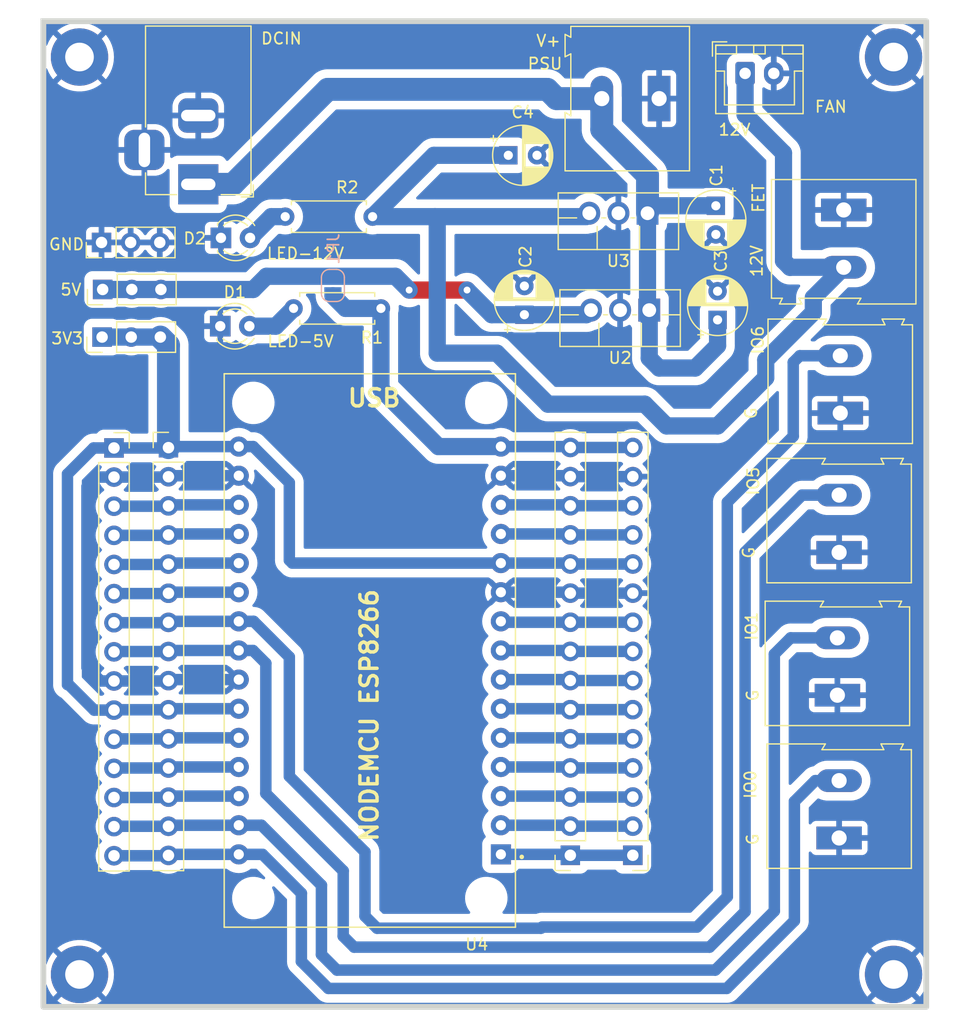
<source format=kicad_pcb>
(kicad_pcb (version 20221018) (generator pcbnew)
  (layers (0 "F.Cu" signal) (31 "B.Cu" signal) (34 "B.Paste" user) (35 "F.Paste" user) (36 "B.SilkS" user "B.Silkscreen") (37 "F.SilkS" user "F.Silkscreen") (38 "B.Mask" user) (39 "F.Mask" user) (44 "Edge.Cuts" user))
  (net 0 "")
  (net 1 "+VDC")
  (net 2 "GND")
  (net 3 "+5V")
  (net 4 "+12V")
  (net 5 "Net-(D1-A)")
  (net 6 "Net-(D2-A)")
  (net 7 "P1")
  (net 8 "P2")
  (net 9 "P3")
  (net 10 "P4")
  (net 11 "P5")
  (net 12 "P6")
  (net 13 "P7")
  (net 14 "P8")
  (net 15 "P9")
  (net 16 "VDD")
  (net 17 "P12")
  (net 18 "P13")
  (net 19 "VIN")
  (net 20 "P18")
  (net 21 "P19")
  (net 22 "P20")
  (net 23 "P21")
  (net 24 "P22")
  (net 25 "P23")
  (net 26 "P26")
  (net 27 "P27")
  (net 28 "P28")
  (net 29 "P29")
  (net 30 "P30")
  (footprint "TerminalBlock:TerminalBlock_Altech_AK300-2_P5.00mm" (layer "F.Cu") (at 112.4 23.705 180)
    (fp_text reference "J8" hide)
    (fp_text value "PSU")
    (pad "1" thru_hole rect (at 0 0 180) (size 1.98 3.96) (drill 1.32) (layers "*.Cu" "*.Mask") (net 2 "GND"))
    (pad "2" thru_hole oval (at 5 0 180) (size 1.98 3.96) (drill 1.32) (layers "*.Cu" "*.Mask") (net 1 "+VDC"))
  )
  (footprint "MountingHole:MountingHole_2.5mm_Pad" (layer "F.Cu") (at 132.85 20.08)
    (fp_text reference "H4" hide)
    (fp_text value "MountingHole_Pad")
    (pad "1" thru_hole circle (at 0 0) (size 5 5) (drill 2.5) (layers "*.Cu" "*.Mask") (net 2 "GND"))
  )
  (footprint "NodeMCU:MODULE_ZC563900" (layer "F.Cu") (at 87.17 71.83 180)
    (fp_text reference "U4" (at -9.325 -25.635) (layer "F.SilkS"))
    (fp_text value "ZC563900 NodeMCU ESP12")
    (pad "" np_thru_hole circle (at -10.16 -21.59 180) (size 3.2 3.2) (drill 3.2) (layers "*.Cu" "*.Mask"))
    (pad "" np_thru_hole circle (at -10.16 21.59 180) (size 3.2 3.2) (drill 3.2) (layers "*.Cu" "*.Mask"))
    (pad "" np_thru_hole circle (at 10.16 -21.59 180) (size 3.2 3.2) (drill 3.2) (layers "*.Cu" "*.Mask"))
    (pad "" np_thru_hole circle (at 10.16 21.59 180) (size 3.2 3.2) (drill 3.2) (layers "*.Cu" "*.Mask"))
    (pad "1" thru_hole rect (at -11.43 -17.78 180) (size 1.7526 1.7526) (drill 0.889) (layers "*.Cu" "*.Mask") (net 7 "P1"))
    (pad "2" thru_hole circle (at -11.43 -15.24 180) (size 1.7526 1.7526) (drill 0.889) (layers "*.Cu" "*.Mask") (net 8 "P2"))
    (pad "3" thru_hole circle (at -11.43 -12.7 180) (size 1.7526 1.7526) (drill 0.889) (layers "*.Cu" "*.Mask") (net 9 "P3"))
    (pad "4" thru_hole circle (at -11.43 -10.16 180) (size 1.7526 1.7526) (drill 0.889) (layers "*.Cu" "*.Mask") (net 10 "P4"))
    (pad "5" thru_hole circle (at -11.43 -7.62 180) (size 1.7526 1.7526) (drill 0.889) (layers "*.Cu" "*.Mask") (net 11 "P5"))
    (pad "6" thru_hole circle (at -11.43 -5.08 180) (size 1.7526 1.7526) (drill 0.889) (layers "*.Cu" "*.Mask") (net 12 "P6"))
    (pad "7" thru_hole circle (at -11.43 -2.54 180) (size 1.7526 1.7526) (drill 0.889) (layers "*.Cu" "*.Mask") (net 13 "P7"))
    (pad "8" thru_hole circle (at -11.43 0 180) (size 1.7526 1.7526) (drill 0.889) (layers "*.Cu" "*.Mask") (net 14 "P8"))
    (pad "9" thru_hole circle (at -11.43 2.54 180) (size 1.7526 1.7526) (drill 0.889) (layers "*.Cu" "*.Mask") (net 15 "P9"))
    (pad "10" thru_hole circle (at -11.43 5.08 180) (size 1.7526 1.7526) (drill 0.889) (layers "*.Cu" "*.Mask") (net 2 "GND"))
    (pad "11" thru_hole circle (at -11.43 7.62 180) (size 1.7526 1.7526) (drill 0.889) (layers "*.Cu" "*.Mask") (net 16 "VDD"))
    (pad "12" thru_hole circle (at -11.43 10.16 180) (size 1.7526 1.7526) (drill 0.889) (layers "*.Cu" "*.Mask") (net 17 "P12"))
    (pad "13" thru_hole circle (at -11.43 12.7 180) (size 1.7526 1.7526) (drill 0.889) (layers "*.Cu" "*.Mask") (net 18 "P13"))
    (pad "14" thru_hole circle (at -11.43 15.24 180) (size 1.7526 1.7526) (drill 0.889) (layers "*.Cu" "*.Mask") (net 2 "GND"))
    (pad "15" thru_hole circle (at -11.43 17.78 180) (size 1.7526 1.7526) (drill 0.889) (layers "*.Cu" "*.Mask") (net 19 "VIN"))
    (pad "16" thru_hole circle (at 11.43 17.78 180) (size 1.7526 1.7526) (drill 0.889) (layers "*.Cu" "*.Mask") (net 16 "VDD"))
    (pad "17" thru_hole circle (at 11.43 15.24 180) (size 1.7526 1.7526) (drill 0.889) (layers "*.Cu" "*.Mask") (net 2 "GND"))
    (pad "18" thru_hole circle (at 11.43 12.7 180) (size 1.7526 1.7526) (drill 0.889) (layers "*.Cu" "*.Mask") (net 20 "P18"))
    (pad "19" thru_hole circle (at 11.43 10.16 180) (size 1.7526 1.7526) (drill 0.889) (layers "*.Cu" "*.Mask") (net 21 "P19"))
    (pad "20" thru_hole circle (at 11.43 7.62 180) (size 1.7526 1.7526) (drill 0.889) (layers "*.Cu" "*.Mask") (net 22 "P20"))
    (pad "21" thru_hole circle (at 11.43 5.08 180) (size 1.7526 1.7526) (drill 0.889) (layers "*.Cu" "*.Mask") (net 23 "P21"))
    (pad "22" thru_hole circle (at 11.43 2.54 180) (size 1.7526 1.7526) (drill 0.889) (layers "*.Cu" "*.Mask") (net 24 "P22"))
    (pad "23" thru_hole circle (at 11.43 0 180) (size 1.7526 1.7526) (drill 0.889) (layers "*.Cu" "*.Mask") (net 25 "P23"))
    (pad "24" thru_hole circle (at 11.43 -2.54 180) (size 1.7526 1.7526) (drill 0.889) (layers "*.Cu" "*.Mask") (net 2 "GND"))
    (pad "25" thru_hole circle (at 11.43 -5.08 180) (size 1.7526 1.7526) (drill 0.889) (layers "*.Cu" "*.Mask") (net 16 "VDD"))
    (pad "26" thru_hole circle (at 11.43 -7.62 180) (size 1.7526 1.7526) (drill 0.889) (layers "*.Cu" "*.Mask") (net 26 "P26"))
    (pad "27" thru_hole circle (at 11.43 -10.16 180) (size 1.7526 1.7526) (drill 0.889) (layers "*.Cu" "*.Mask") (net 27 "P27"))
    (pad "28" thru_hole circle (at 11.43 -12.7 180) (size 1.7526 1.7526) (drill 0.889) (layers "*.Cu" "*.Mask") (net 28 "P28"))
    (pad "29" thru_hole circle (at 11.43 -15.24 180) (size 1.7526 1.7526) (drill 0.889) (layers "*.Cu" "*.Mask") (net 29 "P29"))
    (pad "30" thru_hole circle (at 11.43 -17.78 180) (size 1.7526 1.7526) (drill 0.889) (layers "*.Cu" "*.Mask") (net 30 "P30"))
  )
  (footprint "Capacitor_THT:CP_Radial_D5.0mm_P2.50mm" (layer "F.Cu") (at 117.35 33.05 -90)
    (fp_text reference "C1" (at -2.65 -0.05 90) (layer "F.SilkS"))
    (fp_text value "100uF")
    (pad "1" thru_hole rect (at 0 0 270) (size 1.6 1.6) (drill 0.8) (layers "*.Cu" "*.Mask") (net 1 "+VDC"))
    (pad "2" thru_hole circle (at 2.5 0 270) (size 1.6 1.6) (drill 0.8) (layers "*.Cu" "*.Mask") (net 2 "GND"))
  )
  (footprint "Connector_PinSocket_2.54mm:PinSocket_1x15_P2.54mm_Vertical" (layer "F.Cu") (at 64.8575 54.17)
    (fp_text reference "J4" hide)
    (fp_text value "Conn_01x15_Socket")
    (pad "1" thru_hole rect (at 0 0) (size 1.7 1.7) (drill 1) (layers "*.Cu" "*.Mask") (net 16 "VDD"))
    (pad "2" thru_hole oval (at 0 2.54) (size 1.7 1.7) (drill 1) (layers "*.Cu" "*.Mask") (net 2 "GND"))
    (pad "3" thru_hole oval (at 0 5.08) (size 1.7 1.7) (drill 1) (layers "*.Cu" "*.Mask") (net 20 "P18"))
    (pad "4" thru_hole oval (at 0 7.62) (size 1.7 1.7) (drill 1) (layers "*.Cu" "*.Mask") (net 21 "P19"))
    (pad "5" thru_hole oval (at 0 10.16) (size 1.7 1.7) (drill 1) (layers "*.Cu" "*.Mask") (net 22 "P20"))
    (pad "6" thru_hole oval (at 0 12.7) (size 1.7 1.7) (drill 1) (layers "*.Cu" "*.Mask") (net 23 "P21"))
    (pad "7" thru_hole oval (at 0 15.24) (size 1.7 1.7) (drill 1) (layers "*.Cu" "*.Mask") (net 24 "P22"))
    (pad "8" thru_hole oval (at 0 17.78) (size 1.7 1.7) (drill 1) (layers "*.Cu" "*.Mask") (net 25 "P23"))
    (pad "9" thru_hole oval (at 0 20.32) (size 1.7 1.7) (drill 1) (layers "*.Cu" "*.Mask") (net 2 "GND"))
    (pad "10" thru_hole oval (at 0 22.86) (size 1.7 1.7) (drill 1) (layers "*.Cu" "*.Mask") (net 16 "VDD"))
    (pad "11" thru_hole oval (at 0 25.4) (size 1.7 1.7) (drill 1) (layers "*.Cu" "*.Mask") (net 26 "P26"))
    (pad "12" thru_hole oval (at 0 27.94) (size 1.7 1.7) (drill 1) (layers "*.Cu" "*.Mask") (net 27 "P27"))
    (pad "13" thru_hole oval (at 0 30.48) (size 1.7 1.7) (drill 1) (layers "*.Cu" "*.Mask") (net 28 "P28"))
    (pad "14" thru_hole oval (at 0 33.02) (size 1.7 1.7) (drill 1) (layers "*.Cu" "*.Mask") (net 29 "P29"))
    (pad "15" thru_hole oval (at 0 35.56) (size 1.7 1.7) (drill 1) (layers "*.Cu" "*.Mask") (net 30 "P30"))
  )
  (footprint "TerminalBlock:TerminalBlock_Altech_AK300-2_P5.00mm" (layer "F.Cu") (at 128.1 88.18 90)
    (fp_text reference "J14" hide)
    (fp_text value "OUT1")
    (pad "1" thru_hole rect (at 0 0 90) (size 1.98 3.96) (drill 1.32) (layers "*.Cu" "*.Mask") (net 2 "GND"))
    (pad "2" thru_hole oval (at 5 0 90) (size 1.98 3.96) (drill 1.32) (layers "*.Cu" "*.Mask") (net 30 "P30"))
  )
  (footprint "TerminalBlock:TerminalBlock_Altech_AK300-2_P5.00mm" (layer "F.Cu") (at 128.2 51.13 90)
    (fp_text reference "J17" hide)
    (fp_text value "OUT4")
    (pad "1" thru_hole rect (at 0 0 90) (size 1.98 3.96) (drill 1.32) (layers "*.Cu" "*.Mask") (net 2 "GND"))
    (pad "2" thru_hole oval (at 5 0 90) (size 1.98 3.96) (drill 1.32) (layers "*.Cu" "*.Mask") (net 24 "P22"))
  )
  (footprint "LED_THT:LED_D3.0mm" (layer "F.Cu") (at 74.185 35.85)
    (fp_text reference "D2" (at -2.285 0.05) (layer "F.SilkS"))
    (fp_text value "PINK")
    (pad "1" thru_hole rect (at 0 0) (size 1.8 1.8) (drill 0.9) (layers "*.Cu" "*.Mask") (net 2 "GND"))
    (pad "2" thru_hole circle (at 2.54 0) (size 1.8 1.8) (drill 0.9) (layers "*.Cu" "*.Mask") (net 6 "Net-(D2-A)"))
  )
  (footprint "Capacitor_THT:CP_Radial_D5.0mm_P2.50mm" (layer "F.Cu") (at 117.5 43 90)
    (fp_text reference "C3" (at 5.105112 0.29 90) (layer "F.SilkS"))
    (fp_text value "100uF")
    (pad "1" thru_hole rect (at 0 0 90) (size 1.6 1.6) (drill 0.8) (layers "*.Cu" "*.Mask") (net 1 "+VDC"))
    (pad "2" thru_hole circle (at 2.5 0 90) (size 1.6 1.6) (drill 0.8) (layers "*.Cu" "*.Mask") (net 2 "GND"))
  )
  (footprint "Capacitor_THT:CP_Radial_D5.0mm_P2.50mm" (layer "F.Cu") (at 99.25 28.65)
    (fp_text reference "C4" (at 1.25 -3.75) (layer "F.SilkS"))
    (fp_text value "100uF")
    (pad "1" thru_hole rect (at 0 0) (size 1.6 1.6) (drill 0.8) (layers "*.Cu" "*.Mask") (net 4 "+12V"))
    (pad "2" thru_hole circle (at 2.5 0) (size 1.6 1.6) (drill 0.8) (layers "*.Cu" "*.Mask") (net 2 "GND"))
  )
  (footprint "Connector_PinHeader_2.54mm:PinHeader_1x15_P2.54mm_Vertical" (layer "F.Cu") (at 69.6075 54.14)
    (fp_text reference "J2" hide)
    (fp_text value "Conn_01x15_Pin")
    (pad "1" thru_hole rect (at 0 0) (size 1.7 1.7) (drill 1) (layers "*.Cu" "*.Mask") (net 16 "VDD"))
    (pad "2" thru_hole oval (at 0 2.54) (size 1.7 1.7) (drill 1) (layers "*.Cu" "*.Mask") (net 2 "GND"))
    (pad "3" thru_hole oval (at 0 5.08) (size 1.7 1.7) (drill 1) (layers "*.Cu" "*.Mask") (net 20 "P18"))
    (pad "4" thru_hole oval (at 0 7.62) (size 1.7 1.7) (drill 1) (layers "*.Cu" "*.Mask") (net 21 "P19"))
    (pad "5" thru_hole oval (at 0 10.16) (size 1.7 1.7) (drill 1) (layers "*.Cu" "*.Mask") (net 22 "P20"))
    (pad "6" thru_hole oval (at 0 12.7) (size 1.7 1.7) (drill 1) (layers "*.Cu" "*.Mask") (net 23 "P21"))
    (pad "7" thru_hole oval (at 0 15.24) (size 1.7 1.7) (drill 1) (layers "*.Cu" "*.Mask") (net 24 "P22"))
    (pad "8" thru_hole oval (at 0 17.78) (size 1.7 1.7) (drill 1) (layers "*.Cu" "*.Mask") (net 25 "P23"))
    (pad "9" thru_hole oval (at 0 20.32) (size 1.7 1.7) (drill 1) (layers "*.Cu" "*.Mask") (net 2 "GND"))
    (pad "10" thru_hole oval (at 0 22.86) (size 1.7 1.7) (drill 1) (layers "*.Cu" "*.Mask") (net 16 "VDD"))
    (pad "11" thru_hole oval (at 0 25.4) (size 1.7 1.7) (drill 1) (layers "*.Cu" "*.Mask") (net 26 "P26"))
    (pad "12" thru_hole oval (at 0 27.94) (size 1.7 1.7) (drill 1) (layers "*.Cu" "*.Mask") (net 27 "P27"))
    (pad "13" thru_hole oval (at 0 30.48) (size 1.7 1.7) (drill 1) (layers "*.Cu" "*.Mask") (net 28 "P28"))
    (pad "14" thru_hole oval (at 0 33.02) (size 1.7 1.7) (drill 1) (layers "*.Cu" "*.Mask") (net 29 "P29"))
    (pad "15" thru_hole oval (at 0 35.56) (size 1.7 1.7) (drill 1) (layers "*.Cu" "*.Mask") (net 30 "P30"))
  )
  (footprint "Package_TO_SOT_THT:TO-220F-3_Vertical" (layer "F.Cu") (at 111.54 42.15 180)
    (fp_text reference "U2" (at 2.54 -4.1675) (layer "F.SilkS"))
    (fp_text value "L7805")
    (pad "1" thru_hole rect (at 0 0 180) (size 1.905 2) (drill 1.2) (layers "*.Cu" "*.Mask") (net 1 "+VDC"))
    (pad "2" thru_hole oval (at 2.54 0 180) (size 1.905 2) (drill 1.2) (layers "*.Cu" "*.Mask") (net 2 "GND"))
    (pad "3" thru_hole oval (at 5.08 0 180) (size 1.905 2) (drill 1.2) (layers "*.Cu" "*.Mask") (net 3 "+5V"))
  )
  (footprint "Connector_PinHeader_2.54mm:PinHeader_1x03_P2.54mm_Vertical" (layer "F.Cu") (at 63.87 40.35 90)
    (fp_text reference "J12" hide)
    (fp_text value "5V")
    (pad "1" thru_hole rect (at 0 0 90) (size 1.7 1.7) (drill 1) (layers "*.Cu" "*.Mask") (net 3 "+5V"))
    (pad "2" thru_hole oval (at 0 2.54 90) (size 1.7 1.7) (drill 1) (layers "*.Cu" "*.Mask") (net 3 "+5V"))
    (pad "3" thru_hole oval (at 0 5.08 90) (size 1.7 1.7) (drill 1) (layers "*.Cu" "*.Mask") (net 3 "+5V"))
  )
  (footprint "TerminalBlock:TerminalBlock_Altech_AK300-2_P5.00mm" (layer "F.Cu") (at 128.5 33.415 -90)
    (fp_text reference "J10" hide)
    (fp_text value "FET")
    (pad "1" thru_hole rect (at 0 0 270) (size 1.98 3.96) (drill 1.32) (layers "*.Cu" "*.Mask") (net 2 "GND"))
    (pad "2" thru_hole oval (at 5 0 270) (size 1.98 3.96) (drill 1.32) (layers "*.Cu" "*.Mask") (net 4 "+12V"))
  )
  (footprint "MountingHole:MountingHole_2.5mm_Pad" (layer "F.Cu") (at 132.85 100.08)
    (fp_text reference "H2" hide)
    (fp_text value "MountingHole_Pad")
    (pad "1" thru_hole circle (at 0 0) (size 5 5) (drill 2.5) (layers "*.Cu" "*.Mask") (net 2 "GND"))
  )
  (footprint "Connector_PinHeader_2.54mm:PinHeader_1x15_P2.54mm_Vertical" (layer "F.Cu") (at 110.1075 89.69 180)
    (fp_text reference "J1" hide)
    (fp_text value "Conn_01x15_Pin")
    (pad "1" thru_hole rect (at 0 0 180) (size 1.7 1.7) (drill 1) (layers "*.Cu" "*.Mask") (net 7 "P1"))
    (pad "2" thru_hole oval (at 0 2.54 180) (size 1.7 1.7) (drill 1) (layers "*.Cu" "*.Mask") (net 8 "P2"))
    (pad "3" thru_hole oval (at 0 5.08 180) (size 1.7 1.7) (drill 1) (layers "*.Cu" "*.Mask") (net 9 "P3"))
    (pad "4" thru_hole oval (at 0 7.62 180) (size 1.7 1.7) (drill 1) (layers "*.Cu" "*.Mask") (net 10 "P4"))
    (pad "5" thru_hole oval (at 0 10.16 180) (size 1.7 1.7) (drill 1) (layers "*.Cu" "*.Mask") (net 11 "P5"))
    (pad "6" thru_hole oval (at 0 12.7 180) (size 1.7 1.7) (drill 1) (layers "*.Cu" "*.Mask") (net 12 "P6"))
    (pad "7" thru_hole oval (at 0 15.24 180) (size 1.7 1.7) (drill 1) (layers "*.Cu" "*.Mask") (net 13 "P7"))
    (pad "8" thru_hole oval (at 0 17.78 180) (size 1.7 1.7) (drill 1) (layers "*.Cu" "*.Mask") (net 14 "P8"))
    (pad "9" thru_hole oval (at 0 20.32 180) (size 1.7 1.7) (drill 1) (layers "*.Cu" "*.Mask") (net 15 "P9"))
    (pad "10" thru_hole oval (at 0 22.86 180) (size 1.7 1.7) (drill 1) (layers "*.Cu" "*.Mask") (net 2 "GND"))
    (pad "11" thru_hole oval (at 0 25.4 180) (size 1.7 1.7) (drill 1) (layers "*.Cu" "*.Mask") (net 16 "VDD"))
    (pad "12" thru_hole oval (at 0 27.94 180) (size 1.7 1.7) (drill 1) (layers "*.Cu" "*.Mask") (net 17 "P12"))
    (pad "13" thru_hole oval (at 0 30.48 180) (size 1.7 1.7) (drill 1) (layers "*.Cu" "*.Mask") (net 18 "P13"))
    (pad "14" thru_hole oval (at 0 33.02 180) (size 1.7 1.7) (drill 1) (layers "*.Cu" "*.Mask") (net 2 "GND"))
    (pad "15" thru_hole oval (at 0 35.56 180) (size 1.7 1.7) (drill 1) (layers "*.Cu" "*.Mask") (net 19 "VIN"))
  )
  (footprint "Resistor_THT:R_Axial_DIN0207_L6.3mm_D2.5mm_P7.62mm_Horizontal" (layer "F.Cu") (at 88.14 42 180)
    (fp_text reference "R1" (at 0.79 -2.55) (layer "F.SilkS"))
    (fp_text value "560")
    (pad "1" thru_hole circle (at 0 0 180) (size 1.6 1.6) (drill 0.8) (layers "*.Cu" "*.Mask") (net 19 "VIN"))
    (pad "2" thru_hole oval (at 7.62 0 180) (size 1.6 1.6) (drill 0.8) (layers "*.Cu" "*.Mask") (net 5 "Net-(D1-A)"))
  )
  (footprint "Connector_JST:JST_XH_B2B-XH-A_1x02_P2.50mm_Vertical" (layer "F.Cu") (at 119.9 21.505)
    (fp_text reference "J9" hide)
    (fp_text value "FAN")
    (pad "1" thru_hole roundrect (at 0 0) (size 1.7 2) (drill 1) (layers "*.Cu" "*.Mask") (roundrect_rratio 0.147059) (net 4 "+12V"))
    (pad "2" thru_hole oval (at 2.5 0) (size 1.7 2) (drill 1) (layers "*.Cu" "*.Mask") (net 2 "GND"))
  )
  (footprint "TerminalBlock:TerminalBlock_Altech_AK300-2_P5.00mm" (layer "F.Cu") (at 128.1 63.28 90)
    (fp_text reference "J16" hide)
    (fp_text value "OUT3")
    (pad "1" thru_hole rect (at 0 0 90) (size 1.98 3.96) (drill 1.32) (layers "*.Cu" "*.Mask") (net 2 "GND"))
    (pad "2" thru_hole oval (at 5 0 90) (size 1.98 3.96) (drill 1.32) (layers "*.Cu" "*.Mask") (net 25 "P23"))
  )
  (footprint "Capacitor_THT:CP_Radial_D5.0mm_P2.50mm" (layer "F.Cu") (at 100.65 42.55 90)
    (fp_text reference "C2" (at 5.05 0.1 90) (layer "F.SilkS"))
    (fp_text value "100uF")
    (pad "1" thru_hole rect (at 0 0 90) (size 1.6 1.6) (drill 0.8) (layers "*.Cu" "*.Mask") (net 3 "+5V"))
    (pad "2" thru_hole circle (at 2.5 0 90) (size 1.6 1.6) (drill 0.8) (layers "*.Cu" "*.Mask") (net 2 "GND"))
  )
  (footprint "Connector_PinSocket_2.54mm:PinSocket_1x15_P2.54mm_Vertical" (layer "F.Cu") (at 104.6575 89.69 180)
    (fp_text reference "J3" hide)
    (fp_text value "Conn_01x15_Socket")
    (pad "1" thru_hole rect (at 0 0 180) (size 1.7 1.7) (drill 1) (layers "*.Cu" "*.Mask") (net 7 "P1"))
    (pad "2" thru_hole oval (at 0 2.54 180) (size 1.7 1.7) (drill 1) (layers "*.Cu" "*.Mask") (net 8 "P2"))
    (pad "3" thru_hole oval (at 0 5.08 180) (size 1.7 1.7) (drill 1) (layers "*.Cu" "*.Mask") (net 9 "P3"))
    (pad "4" thru_hole oval (at 0 7.62 180) (size 1.7 1.7) (drill 1) (layers "*.Cu" "*.Mask") (net 10 "P4"))
    (pad "5" thru_hole oval (at 0 10.16 180) (size 1.7 1.7) (drill 1) (layers "*.Cu" "*.Mask") (net 11 "P5"))
    (pad "6" thru_hole oval (at 0 12.7 180) (size 1.7 1.7) (drill 1) (layers "*.Cu" "*.Mask") (net 12 "P6"))
    (pad "7" thru_hole oval (at 0 15.24 180) (size 1.7 1.7) (drill 1) (layers "*.Cu" "*.Mask") (net 13 "P7"))
    (pad "8" thru_hole oval (at 0 17.78 180) (size 1.7 1.7) (drill 1) (layers "*.Cu" "*.Mask") (net 14 "P8"))
    (pad "9" thru_hole oval (at 0 20.32 180) (size 1.7 1.7) (drill 1) (layers "*.Cu" "*.Mask") (net 15 "P9"))
    (pad "10" thru_hole oval (at 0 22.86 180) (size 1.7 1.7) (drill 1) (layers "*.Cu" "*.Mask") (net 2 "GND"))
    (pad "11" thru_hole oval (at 0 25.4 180) (size 1.7 1.7) (drill 1) (layers "*.Cu" "*.Mask") (net 16 "VDD"))
    (pad "12" thru_hole oval (at 0 27.94 180) (size 1.7 1.7) (drill 1) (layers "*.Cu" "*.Mask") (net 17 "P12"))
    (pad "13" thru_hole oval (at 0 30.48 180) (size 1.7 1.7) (drill 1) (layers "*.Cu" "*.Mask") (net 18 "P13"))
    (pad "14" thru_hole oval (at 0 33.02 180) (size 1.7 1.7) (drill 1) (layers "*.Cu" "*.Mask") (net 2 "GND"))
    (pad "15" thru_hole oval (at 0 35.56 180) (size 1.7 1.7) (drill 1) (layers "*.Cu" "*.Mask") (net 19 "VIN"))
  )
  (footprint "Connector_PinHeader_2.54mm:PinHeader_1x03_P2.54mm_Vertical" (layer "F.Cu") (at 63.82 44.5 90)
    (fp_text reference "J11" hide)
    (fp_text value "3V3")
    (pad "1" thru_hole rect (at 0 0 90) (size 1.7 1.7) (drill 1) (layers "*.Cu" "*.Mask") (net 16 "VDD"))
    (pad "2" thru_hole oval (at 0 2.54 90) (size 1.7 1.7) (drill 1) (layers "*.Cu" "*.Mask") (net 16 "VDD"))
    (pad "3" thru_hole oval (at 0 5.08 90) (size 1.7 1.7) (drill 1) (layers "*.Cu" "*.Mask") (net 16 "VDD"))
  )
  (footprint "MountingHole:MountingHole_2.5mm_Pad" (layer "F.Cu") (at 61.85 100.08)
    (fp_text reference "H3" hide)
    (fp_text value "MountingHole_Pad")
    (pad "1" thru_hole circle (at 0 0) (size 5 5) (drill 2.5) (layers "*.Cu" "*.Mask") (net 2 "GND"))
  )
  (footprint "TerminalBlock:TerminalBlock_Altech_AK300-2_P5.00mm" (layer "F.Cu") (at 127.95 75.73 90)
    (fp_text reference "J15" hide)
    (fp_text value "OUT2")
    (pad "1" thru_hole rect (at 0 0 90) (size 1.98 3.96) (drill 1.32) (layers "*.Cu" "*.Mask") (net 2 "GND"))
    (pad "2" thru_hole oval (at 5 0 90) (size 1.98 3.96) (drill 1.32) (layers "*.Cu" "*.Mask") (net 29 "P29"))
  )
  (footprint "Resistor_THT:R_Axial_DIN0207_L6.3mm_D2.5mm_P7.62mm_Horizontal" (layer "F.Cu") (at 87.41 34 180)
    (fp_text reference "R2" (at 2.21 2.55) (layer "F.SilkS"))
    (fp_text value "560")
    (pad "1" thru_hole circle (at 0 0 180) (size 1.6 1.6) (drill 0.8) (layers "*.Cu" "*.Mask") (net 4 "+12V"))
    (pad "2" thru_hole oval (at 7.62 0 180) (size 1.6 1.6) (drill 0.8) (layers "*.Cu" "*.Mask") (net 6 "Net-(D2-A)"))
  )
  (footprint "Connector_BarrelJack:BarrelJack_Horizontal" (layer "F.Cu") (at 72.2075 31.18 -90)
    (fp_text reference "J7" hide)
    (fp_text value "Barrel_Jack_Switch")
    (pad "1" thru_hole rect (at 0 0 270) (size 3.5 3.5) (drill oval 1 3) (layers "*.Cu" "*.Mask") (net 1 "+VDC"))
    (pad "2" thru_hole roundrect (at -6 0 270) (size 3 3.5) (drill oval 1 3) (layers "*.Cu" "*.Mask") (net 2 "GND"))
    (pad "3" thru_hole roundrect (at -3 4.7 270) (size 3.5 3.5) (drill oval 3 1) (layers "*.Cu" "*.Mask") (net 2 "GND"))
  )
  (footprint "Connector_PinHeader_2.54mm:PinHeader_1x03_P2.54mm_Vertical" (layer "F.Cu") (at 63.77 36.25 90)
    (fp_text reference "J13" hide)
    (fp_text value "GND")
    (pad "1" thru_hole rect (at 0 0 90) (size 1.7 1.7) (drill 1) (layers "*.Cu" "*.Mask") (net 2 "GND"))
    (pad "2" thru_hole oval (at 0 2.54 90) (size 1.7 1.7) (drill 1) (layers "*.Cu" "*.Mask") (net 2 "GND"))
    (pad "3" thru_hole oval (at 0 5.08 90) (size 1.7 1.7) (drill 1) (layers "*.Cu" "*.Mask") (net 2 "GND"))
  )
  (footprint "MountingHole:MountingHole_2.5mm_Pad" (layer "F.Cu") (at 61.85 20.08)
    (fp_text reference "H1" hide)
    (fp_text value "MountingHole_Pad")
    (pad "1" thru_hole circle (at 0 0) (size 5 5) (drill 2.5) (layers "*.Cu" "*.Mask") (net 2 "GND"))
  )
  (footprint "Package_TO_SOT_THT:TO-220F-3_Vertical" (layer "F.Cu") (at 111.39 33.7 180)
    (fp_text reference "U3" (at 2.54 -4.1675) (layer "F.SilkS"))
    (fp_text value "L7812")
    (pad "1" thru_hole rect (at 0 0 180) (size 1.905 2) (drill 1.2) (layers "*.Cu" "*.Mask") (net 1 "+VDC"))
    (pad "2" thru_hole oval (at 2.54 0 180) (size 1.905 2) (drill 1.2) (layers "*.Cu" "*.Mask") (net 2 "GND"))
    (pad "3" thru_hole oval (at 5.08 0 180) (size 1.905 2) (drill 1.2) (layers "*.Cu" "*.Mask") (net 4 "+12V"))
  )
  (footprint "LED_THT:LED_D3.0mm" (layer "F.Cu") (at 74.125 43.55)
    (fp_text reference "D1" (at 1.27 -2.96) (layer "F.SilkS"))
    (fp_text value "PINK")
    (pad "1" thru_hole rect (at 0 0) (size 1.8 1.8) (drill 0.9) (layers "*.Cu" "*.Mask") (net 2 "GND"))
    (pad "2" thru_hole circle (at 2.54 0) (size 1.8 1.8) (drill 0.9) (layers "*.Cu" "*.Mask") (net 5 "Net-(D1-A)"))
  )
  (footprint "Jumper:SolderJumper-2_P1.3mm_Open_RoundedPad1.0x1.5mm" (layer "B.Cu") (at 83.95 40 -90)
    (fp_text reference "JP1" (at -3.19 -0.05 90) (layer "B.SilkS") (effects (justify mirror)))
    (fp_text value "Jumper_2_Open")
    (pad "1" smd custom (at -0.65 0 270) (size 1 0.5) (layers "B.Cu" "B.Mask") (net 3 "+5V") (options (clearance outline) (anchor rect)) (primitives (gr_circle (center 0 -0.25) (end 0.5 -0.25) (width 0) (fill yes)) (gr_circle (center 0 0.25) (end 0.5 0.25) (width 0) (fill yes)) (gr_poly (pts (xy 0.5 -0.75) (xy 0 -0.75) (xy 0 0.75) (xy 0.5 0.75)) (width 0) (fill yes))))
    (pad "2" smd custom (at 0.65 0 270) (size 1 0.5) (layers "B.Cu" "B.Mask") (net 19 "VIN") (options (clearance outline) (anchor rect)) (primitives (gr_circle (center 0 -0.25) (end 0.5 -0.25) (width 0) (fill yes)) (gr_circle (center 0 0.25) (end 0.5 0.25) (width 0) (fill yes)) (gr_poly (pts (xy 0 -0.75) (xy -0.5 -0.75) (xy -0.5 0.75) (xy 0 0.75)) (width 0) (fill yes))))
  )
  (gr_rect (start 58.7 16.955) (end 135.7 102.905) (stroke (width 0.5)) (fill none) (layer "Edge.Cuts"))
  (gr_text "GND" (at 59.1 37) (layer "F.SilkS") (effects (font (size 1 1)) (justify left bottom)))
  (gr_text "IO0" (at 120.95 84.85 90) (layer "F.SilkS") (effects (font (size 1 1)) (justify left bottom)))
  (gr_text "USB" (at 85.1 50.7) (layer "F.SilkS") (effects (font (size 1.5 1.5) (thickness 0.3) bold) (justify left bottom)))
  (gr_text "G" (at 120.8 63.9 90) (layer "F.SilkS") (effects (font (size 1 1)) (justify left bottom)))
  (gr_text "LED-12V" (at 78.1 37.8) (layer "F.SilkS") (effects (font (size 1 1)) (justify left bottom)))
  (gr_text "LED-5V" (at 78.15 45.45) (layer "F.SilkS") (effects (font (size 1 1)) (justify left bottom)))
  (gr_text "PSU" (at 100.85 21.25) (layer "F.SilkS") (effects (font (size 1 1)) (justify left bottom)))
  (gr_text "V+" (at 101.6 19.25) (layer "F.SilkS") (effects (font (size 1 1)) (justify left bottom)))
  (gr_text "DCIN" (at 77.6 19.05) (layer "F.SilkS") (effects (font (size 1 1)) (justify left bottom)))
  (gr_text "12V" (at 121.5 39.35 90) (layer "F.SilkS") (effects (font (size 1 1)) (justify left bottom)))
  (gr_text "12V" (at 117.5 27) (layer "F.SilkS") (effects (font (size 1 1)) (justify left bottom)))
  (gr_text "FAN" (at 125.9 25) (layer "F.SilkS") (effects (font (size 1 1)) (justify left bottom)))
  (gr_text "G" (at 121.15 88.9 90) (layer "F.SilkS") (effects (font (size 1 1)) (justify left bottom)))
  (gr_text "IO6" (at 121.6 46.1 90) (layer "F.SilkS") (effects (font (size 1 1)) (justify left bottom)))
  (gr_text "IO1" (at 121.05 71.05 90) (layer "F.SilkS") (effects (font (size 1 1)) (justify left bottom)))
  (gr_text "G" (at 121 51.75 90) (layer "F.SilkS") (effects (font (size 1 1)) (justify left bottom)))
  (gr_text "FET" (at 121.65 33.75 90) (layer "F.SilkS") (effects (font (size 1 1)) (justify left bottom)))
  (gr_text "3V3" (at 59.3 45.2) (layer "F.SilkS") (effects (font (size 1 1)) (justify left bottom)))
  (gr_text "NODEMCU ESP8266" (at 88 88.65 90) (layer "F.SilkS") (effects (font (size 1.5 1.5) (thickness 0.3) bold) (justify left bottom)))
  (gr_text "5V" (at 60.1 40.95) (layer "F.SilkS") (effects (font (size 1 1)) (justify left bottom)))
  (gr_text "G" (at 121.15 76.35 90) (layer "F.SilkS") (effects (font (size 1 1)) (justify left bottom)))
  (gr_text "IO5" (at 121.2 58.4 90) (layer "F.SilkS") (effects (font (size 1 1)) (justify left bottom)))
  (segment (start 75.22 31.18) (end 83.5 22.9) (width 2) (layer "B.Cu") (net 1))
  (segment (start 115.55 47.2) (end 112.4 47.2) (width 1.5) (layer "B.Cu") (net 1))
  (segment (start 103.455 23.705) (end 107.4 23.705) (width 2) (layer "B.Cu") (net 1))
  (segment (start 102.65 22.9) (end 103.455 23.705) (width 2) (layer "B.Cu") (net 1))
  (segment (start 83.5 22.9) (end 102.65 22.9) (width 2) (layer "B.Cu") (net 1))
  (segment (start 111.39 42) (end 111.54 42.15) (width 1.5) (layer "B.Cu") (net 1))
  (segment (start 72.2075 31.18) (end 75.22 31.18) (width 2) (layer "B.Cu") (net 1))
  (segment (start 107.4 26.4) (end 111.39 30.39) (width 2) (layer "B.Cu") (net 1))
  (segment (start 107.4 23.705) (end 107.4 26.4) (width 2) (layer "B.Cu") (net 1))
  (segment (start 117.35 33.05) (end 112.04 33.05) (width 1.5) (layer "B.Cu") (net 1))
  (segment (start 111.39 33.7) (end 111.39 42) (width 1.5) (layer "B.Cu") (net 1))
  (segment (start 111.54 46.34) (end 111.54 42.15) (width 1.5) (layer "B.Cu") (net 1))
  (segment (start 117.5 45.25) (end 117.5 43) (width 1.5) (layer "B.Cu") (net 1))
  (segment (start 112.04 33.05) (end 111.39 33.7) (width 1.5) (layer "B.Cu") (net 1))
  (segment (start 112.4 47.2) (end 111.54 46.34) (width 1.5) (layer "B.Cu") (net 1))
  (segment (start 111.39 30.39) (end 111.39 33.7) (width 2) (layer "B.Cu") (net 1))
  (segment (start 115.55 47.2) (end 117.5 45.25) (width 1.5) (layer "B.Cu") (net 1))
  (segment (start 104.6575 56.67) (end 110.1075 56.67) (width 1) (layer "B.Cu") (net 2))
  (segment (start 75.74 74.37) (end 69.6975 74.37) (width 1) (layer "B.Cu") (net 2))
  (segment (start 69.5775 56.71) (end 69.6075 56.68) (width 1) (layer "B.Cu") (net 2))
  (segment (start 64.8575 56.71) (end 69.5775 56.71) (width 1) (layer "B.Cu") (net 2))
  (segment (start 63.69 74.49) (end 62.5 73.3) (width 1) (layer "B.Cu") (net 2))
  (segment (start 75.74 56.59) (end 69.6975 56.59) (width 1) (layer "B.Cu") (net 2))
  (segment (start 104.5775 56.59) (end 104.6575 56.67) (width 1) (layer "B.Cu") (net 2))
  (segment (start 69.6975 74.37) (end 69.6075 74.46) (width 1) (layer "B.Cu") (net 2))
  (segment (start 69.5775 74.49) (end 69.6075 74.46) (width 1) (layer "B.Cu") (net 2))
  (segment (start 69.6975 56.59) (end 69.6075 56.68) (width 1) (layer "B.Cu") (net 2))
  (segment (start 62.5 57.55) (end 63.34 56.71) (width 1) (layer "B.Cu") (net 2))
  (segment (start 63.34 56.71) (end 64.8575 56.71) (width 1) (layer "B.Cu") (net 2))
  (segment (start 64.8575 74.49) (end 63.69 74.49) (width 1) (layer "B.Cu") (net 2))
  (segment (start 64.8575 74.49) (end 69.5775 74.49) (width 1) (layer "B.Cu") (net 2))
  (segment (start 98.6 56.59) (end 104.5775 56.59) (width 1) (layer "B.Cu") (net 2))
  (segment (start 62.5 73.3) (end 62.5 57.55) (width 1) (layer "B.Cu") (net 2))
  (segment (start 104.6575 66.83) (end 110.1075 66.83) (width 1) (layer "B.Cu") (net 2))
  (segment (start 98.6 66.75) (end 104.5775 66.75) (width 1) (layer "B.Cu") (net 2))
  (segment (start 104.5775 66.75) (end 104.6575 66.83) (width 1) (layer "B.Cu") (net 2))
  (segment (start 95.65 40.4) (end 90.6 40.4) (width 1.5) (layer "F.Cu") (net 3))
  (via (at 95.65 40.4) (size 1) (drill 0.6) (layers "F.Cu" "B.Cu") (net 3))
  (via (at 90.6 40.4) (size 1) (drill 0.6) (layers "F.Cu" "B.Cu") (net 3))
  (segment (start 89.4 39.2) (end 90.6 40.4) (width 1.5) (layer "B.Cu") (net 3))
  (segment (start 100.65 42.55) (end 97.8 42.55) (width 1.5) (layer "B.Cu") (net 3))
  (segment (start 97.8 42.55) (end 95.65 40.4) (width 1.5) (layer "B.Cu") (net 3))
  (segment (start 106.06 42.55) (end 106.46 42.15) (width 1.5) (layer "B.Cu") (net 3))
  (segment (start 77 40.35) (end 78.15 39.2) (width 1.5) (layer "B.Cu") (net 3))
  (segment (start 78.15 39.2) (end 89.4 39.2) (width 1.5) (layer "B.Cu") (net 3))
  (segment (start 68.95 40.35) (end 66.41 40.35) (width 1.5) (layer "B.Cu") (net 3))
  (segment (start 68.95 40.35) (end 77 40.35) (width 1.5) (layer "B.Cu") (net 3))
  (segment (start 63.87 40.35) (end 66.41 40.35) (width 1.5) (layer "B.Cu") (net 3))
  (segment (start 100.65 42.55) (end 106.06 42.55) (width 1.5) (layer "B.Cu") (net 3))
  (segment (start 123.815 38.415) (end 123.75 38.35) (width 1.5) (layer "B.Cu") (net 4))
  (segment (start 92.85 34) (end 106.01 34) (width 1.5) (layer "B.Cu") (net 4))
  (segment (start 92.76 28.65) (end 87.41 34) (width 1.5) (layer "B.Cu") (net 4))
  (segment (start 106.01 34) (end 106.31 33.7) (width 1.5) (layer "B.Cu") (net 4))
  (segment (start 98.25 45.9) (end 93.05 45.9) (width 1.5) (layer "B.Cu") (net 4))
  (segment (start 117.5 52.25) (end 113.05 52.25) (width 1.5) (layer "B.Cu") (net 4))
  (segment (start 111.15 50.35) (end 102.7 50.35) (width 1.5) (layer "B.Cu") (net 4))
  (segment (start 119.9 21.505) (end 119.9 25.1) (width 1.5) (layer "B.Cu") (net 4))
  (segment (start 93.05 34.2) (end 92.85 34) (width 1.5) (layer "B.Cu") (net 4))
  (segment (start 125.85 42.35) (end 121.7 46.5) (width 1.5) (layer "B.Cu") (net 4))
  (segment (start 121.7 46.5) (end 121.7 48.05) (width 1.5) (layer "B.Cu") (net 4))
  (segment (start 119.9 25.1) (end 123.25 28.45) (width 1.5) (layer "B.Cu") (net 4))
  (segment (start 102.7 50.35) (end 98.25 45.9) (width 1.5) (layer "B.Cu") (net 4))
  (segment (start 87.41 34) (end 92.85 34) (width 1.5) (layer "B.Cu") (net 4))
  (segment (start 123.815 38.415) (end 128.5 38.415) (width 1.5) (layer "B.Cu") (net 4))
  (segment (start 99.25 28.65) (end 92.76 28.65) (width 1.5) (layer "B.Cu") (net 4))
  (segment (start 93.05 45.9) (end 93.05 34.2) (width 1.5) (layer "B.Cu") (net 4))
  (segment (start 125.85 41.065) (end 125.85 42.35) (width 1.5) (layer "B.Cu") (net 4))
  (segment (start 123.25 28.45) (end 123.25 37.85) (width 1.5) (layer "B.Cu") (net 4))
  (segment (start 121.7 48.05) (end 117.5 52.25) (width 1.5) (layer "B.Cu") (net 4))
  (segment (start 113.05 52.25) (end 111.15 50.35) (width 1.5) (layer "B.Cu") (net 4))
  (segment (start 128.5 38.415) (end 125.85 41.065) (width 1.5) (layer "B.Cu") (net 4))
  (segment (start 123.25 37.85) (end 123.815 38.415) (width 1.5) (layer "B.Cu") (net 4))
  (segment (start 76.665 43.55) (end 78.97 43.55) (width 1.5) (layer "B.Cu") (net 5))
  (segment (start 78.97 43.55) (end 80.52 42) (width 1.5) (layer "B.Cu") (net 5))
  (segment (start 79.79 34) (end 78.575 34) (width 1.5) (layer "B.Cu") (net 6))
  (segment (start 78.575 34) (end 76.725 35.85) (width 1.5) (layer "B.Cu") (net 6))
  (segment (start 104.5775 89.61) (end 104.6575 89.69) (width 1) (layer "B.Cu") (net 7))
  (segment (start 104.6575 89.69) (end 110.1075 89.69) (width 1) (layer "B.Cu") (net 7))
  (segment (start 98.6 89.61) (end 104.5775 89.61) (width 1) (layer "B.Cu") (net 7))
  (segment (start 104.6575 87.15) (end 110.1075 87.15) (width 1) (layer "B.Cu") (net 8))
  (segment (start 104.5775 87.07) (end 104.6575 87.15) (width 1) (layer "B.Cu") (net 8))
  (segment (start 98.6 87.07) (end 104.5775 87.07) (width 1) (layer "B.Cu") (net 8))
  (segment (start 104.5775 84.53) (end 104.6575 84.61) (width 1) (layer "B.Cu") (net 9))
  (segment (start 104.6575 84.61) (end 110.1075 84.61) (width 1) (layer "B.Cu") (net 9))
  (segment (start 98.6 84.53) (end 104.5775 84.53) (width 1) (layer "B.Cu") (net 9))
  (segment (start 98.6 81.99) (end 104.5775 81.99) (width 1) (layer "B.Cu") (net 10))
  (segment (start 104.5775 81.99) (end 104.6575 82.07) (width 1) (layer "B.Cu") (net 10))
  (segment (start 104.6575 82.07) (end 110.1075 82.07) (width 1) (layer "B.Cu") (net 10))
  (segment (start 98.6 79.45) (end 104.5775 79.45) (width 1) (layer "B.Cu") (net 11))
  (segment (start 104.5775 79.45) (end 104.6575 79.53) (width 1) (layer "B.Cu") (net 11))
  (segment (start 104.6575 79.53) (end 110.1075 79.53) (width 1) (layer "B.Cu") (net 11))
  (segment (start 104.5775 76.91) (end 104.6575 76.99) (width 1) (layer "B.Cu") (net 12))
  (segment (start 104.6575 76.99) (end 110.1075 76.99) (width 1) (layer "B.Cu") (net 12))
  (segment (start 98.6 76.91) (end 104.5775 76.91) (width 1) (layer "B.Cu") (net 12))
  (segment (start 104.5775 74.37) (end 104.6575 74.45) (width 1) (layer "B.Cu") (net 13))
  (segment (start 104.6575 74.45) (end 110.1075 74.45) (width 1) (layer "B.Cu") (net 13))
  (segment (start 98.6 74.37) (end 104.5775 74.37) (width 1) (layer "B.Cu") (net 13))
  (segment (start 98.6 71.83) (end 104.5775 71.83) (width 1) (layer "B.Cu") (net 14))
  (segment (start 110.1075 71.91) (end 104.6575 71.91) (width 1) (layer "B.Cu") (net 14))
  (segment (start 104.5775 71.83) (end 104.6575 71.91) (width 1) (layer "B.Cu") (net 14))
  (segment (start 104.6575 69.37) (end 110.1075 69.37) (width 1) (layer "B.Cu") (net 15))
  (segment (start 98.68 69.37) (end 98.6 69.29) (width 1) (layer "B.Cu") (net 15))
  (segment (start 104.6575 69.37) (end 98.68 69.37) (width 1) (layer "B.Cu") (net 15))
  (segment (start 60.8 74.8) (end 60.9 74.8) (width 1) (layer "B.Cu") (net 16))
  (segment (start 75.74 54.05) (end 77 54.05) (width 1) (layer "B.Cu") (net 16))
  (segment (start 69.6975 54.05) (end 69.6075 54.14) (width 1) (layer "B.Cu") (net 16))
  (segment (start 80.41 64.21) (end 98.6 64.21) (width 1) (layer "B.Cu") (net 16))
  (segment (start 75.74 54.05) (end 69.6975 54.05) (width 1) (layer "B.Cu") (net 16))
  (segment (start 69.6975 76.91) (end 69.6075 77) (width 1) (layer "B.Cu") (net 16))
  (segment (start 75.74 76.91) (end 69.6975 76.91) (width 1) (layer "B.Cu") (net 16))
  (segment (start 60.9 74.8) (end 63.13 77.03) (width 1) (layer "B.Cu") (net 16))
  (segment (start 64.8575 54.17) (end 69.5775 54.17) (width 1) (layer "B.Cu") (net 16))
  (segment (start 64.8875 77) (end 64.8575 77.03) (width 1) (layer "B.Cu") (net 16))
  (segment (start 60.8 56.45) (end 60.8 74.8) (width 1) (layer "B.Cu") (net 16))
  (segment (start 104.6575 64.29) (end 110.1075 64.29) (width 1) (layer "B.Cu") (net 16))
  (segment (start 69.6075 45.2075) (end 68.9 44.5) (width 2) (layer "B.Cu") (net 16))
  (segment (start 63.08 54.17) (end 60.8 56.45) (width 1) (layer "B.Cu") (net 16))
  (segment (start 69.6075 54.14) (end 69.6075 45.2075) (width 2) (layer "B.Cu") (net 16))
  (segment (start 104.5775 64.21) (end 104.6575 64.29) (width 1) (layer "B.Cu") (net 16))
  (segment (start 64.8575 54.17) (end 63.08 54.17) (width 1) (layer "B.Cu") (net 16))
  (segment (start 77 54.05) (end 80.15 57.2) (width 1) (layer "B.Cu") (net 16))
  (segment (start 63.13 77.03) (end 64.8575 77.03) (width 1) (layer "B.Cu") (net 16))
  (segment (start 69.6075 77) (end 64.8875 77) (width 1) (layer "B.Cu") (net 16))
  (segment (start 80.15 57.2) (end 80.15 63.95) (width 1) (layer "B.Cu") (net 16))
  (segment (start 98.6 64.21) (end 104.5775 64.21) (width 1) (layer "B.Cu") (net 16))
  (segment (start 66.36 44.5) (end 63.82 44.5) (width 1.5) (layer "B.Cu") (net 16))
  (segment (start 69.5775 54.17) (end 69.6075 54.14) (width 1) (layer "B.Cu") (net 16))
  (segment (start 80.15 63.95) (end 80.41 64.21) (width 1) (layer "B.Cu") (net 16))
  (segment (start 68.9 44.5) (end 66.36 44.5) (width 1.5) (layer "B.Cu") (net 16))
  (segment (start 104.5775 61.67) (end 104.6575 61.75) (width 1) (layer "B.Cu") (net 17))
  (segment (start 98.6 61.67) (end 104.5775 61.67) (width 1) (layer "B.Cu") (net 17))
  (segment (start 104.6575 61.75) (end 110.1075 61.75) (width 1) (layer "B.Cu") (net 17))
  (segment (start 104.6575 59.21) (end 110.1075 59.21) (width 1) (layer "B.Cu") (net 18))
  (segment (start 104.5775 59.13) (end 104.6575 59.21) (width 1) (layer "B.Cu") (net 18))
  (segment (start 98.6 59.13) (end 104.5775 59.13) (width 1) (layer "B.Cu") (net 18))
  (segment (start 93.15 54.05) (end 98.6 54.05) (width 1.5) (layer "B.Cu") (net 19))
  (segment (start 104.5775 54.05) (end 104.6575 54.13) (width 1) (layer "B.Cu") (net 19))
  (segment (start 88.14 42) (end 85.05 42) (width 1.5) (layer "B.Cu") (net 19))
  (segment (start 104.6575 54.13) (end 110.1075 54.13) (width 1) (layer "B.Cu") (net 19))
  (segment (start 88.14 49.04) (end 93.15 54.05) (width 1.5) (layer "B.Cu") (net 19))
  (segment (start 98.6 54.05) (end 104.5775 54.05) (width 1) (layer "B.Cu") (net 19))
  (segment (start 85.05 42) (end 83.95 40.9) (width 1.5) (layer "B.Cu") (net 19))
  (segment (start 88.14 42) (end 88.14 49.04) (width 1.5) (layer "B.Cu") (net 19))
  (segment (start 69.6975 59.13) (end 69.6075 59.22) (width 1) (layer "B.Cu") (net 20))
  (segment (start 64.8575 59.25) (end 69.5775 59.25) (width 1) (layer "B.Cu") (net 20))
  (segment (start 69.5775 59.25) (end 69.6075 59.22) (width 1) (layer "B.Cu") (net 20))
  (segment (start 75.74 59.13) (end 69.6975 59.13) (width 1) (layer "B.Cu") (net 20))
  (segment (start 69.6975 61.67) (end 69.6075 61.76) (width 1) (layer "B.Cu") (net 21))
  (segment (start 75.74 61.67) (end 69.6975 61.67) (width 1) (layer "B.Cu") (net 21))
  (segment (start 64.8575 61.79) (end 69.5775 61.79) (width 1) (layer "B.Cu") (net 21))
  (segment (start 69.5775 61.79) (end 69.6075 61.76) (width 1) (layer "B.Cu") (net 21))
  (segment (start 69.5775 64.33) (end 69.6075 64.3) (width 1) (layer "B.Cu") (net 22))
  (segment (start 64.8575 64.33) (end 69.5775 64.33) (width 1) (layer "B.Cu") (net 22))
  (segment (start 69.6975 64.21) (end 69.6075 64.3) (width 1) (layer "B.Cu") (net 22))
  (segment (start 75.74 64.21) (end 69.6975 64.21) (width 1) (layer "B.Cu") (net 22))
  (segment (start 64.8575 66.87) (end 69.5775 66.87) (width 1) (layer "B.Cu") (net 23))
  (segment (start 75.74 66.75) (end 69.6975 66.75) (width 1) (layer "B.Cu") (net 23))
  (segment (start 69.5775 66.87) (end 69.6075 66.84) (width 1) (layer "B.Cu") (net 23))
  (segment (start 69.6975 66.75) (end 69.6075 66.84) (width 1) (layer "B.Cu") (net 23))
  (segment (start 118.35 58.9) (end 124.1 53.15) (width 1) (layer "B.Cu") (net 24))
  (segment (start 124.67 46.13) (end 128.2 46.13) (width 1) (layer "B.Cu") (net 24))
  (segment (start 69.5775 69.41) (end 69.6075 69.38) (width 1) (layer "B.Cu") (net 24))
  (segment (start 118.35 93.3) (end 118.35 58.9) (width 1) (layer "B.Cu") (net 24))
  (segment (start 80.15 82.8) (end 86.75 89.4) (width 1) (layer "B.Cu") (net 24))
  (segment (start 87.8 96.05) (end 102.1 96.05) (width 1) (layer "B.Cu") (net 24))
  (segment (start 80.15 72.4) (end 80.15 82.8) (width 1) (layer "B.Cu") (net 24))
  (segment (start 75.74 69.29) (end 77.04 69.29) (width 1) (layer "B.Cu") (net 24))
  (segment (start 115.7 95.95) (end 118.35 93.3) (width 1) (layer "B.Cu") (net 24))
  (segment (start 102.1 96.05) (end 102.2 95.95) (width 1) (layer "B.Cu") (net 24))
  (segment (start 75.74 69.29) (end 69.6975 69.29) (width 1) (layer "B.Cu") (net 24))
  (segment (start 64.8575 69.41) (end 69.5775 69.41) (width 1) (layer "B.Cu") (net 24))
  (segment (start 86.75 95) (end 87.8 96.05) (width 1) (layer "B.Cu") (net 24))
  (segment (start 102.2 95.95) (end 115.7 95.95) (width 1) (layer "B.Cu") (net 24))
  (segment (start 69.6975 69.29) (end 69.6075 69.38) (width 1) (layer "B.Cu") (net 24))
  (segment (start 124.1 53.15) (end 124.1 46.7) (width 1) (layer "B.Cu") (net 24))
  (segment (start 77.04 69.29) (end 80.15 72.4) (width 1) (layer "B.Cu") (net 24))
  (segment (start 86.75 89.4) (end 86.75 95) (width 1) (layer "B.Cu") (net 24))
  (segment (start 124.1 46.7) (end 124.67 46.13) (width 1) (layer "B.Cu") (net 24))
  (segment (start 85.8 97.7) (end 116.8 97.7) (width 1) (layer "B.Cu") (net 25))
  (segment (start 64.8875 71.92) (end 64.8575 71.95) (width 1) (layer "B.Cu") (net 25))
  (segment (start 69.6075 71.92) (end 64.8875 71.92) (width 1) (layer "B.Cu") (net 25))
  (segment (start 124.87 58.28) (end 128.1 58.28) (width 1) (layer "B.Cu") (net 25))
  (segment (start 75.74 71.83) (end 69.6975 71.83) (width 1) (layer "B.Cu") (net 25))
  (segment (start 78.1 72.95) (end 78.1 84.3) (width 1) (layer "B.Cu") (net 25))
  (segment (start 84.85 96.75) (end 85.8 97.7) (width 1) (layer "B.Cu") (net 25))
  (segment (start 119.9 63.25) (end 124.87 58.28) (width 1) (layer "B.Cu") (net 25))
  (segment (start 116.8 97.7) (end 119.9 94.6) (width 1) (layer "B.Cu") (net 25))
  (segment (start 119.9 94.6) (end 119.9 63.25) (width 1) (layer "B.Cu") (net 25))
  (segment (start 76.98 71.83) (end 78.1 72.95) (width 1) (layer "B.Cu") (net 25))
  (segment (start 78.1 84.3) (end 84.85 91.05) (width 1) (layer "B.Cu") (net 25))
  (segment (start 75.74 71.83) (end 76.98 71.83) (width 1) (layer "B.Cu") (net 25))
  (segment (start 69.6975 71.83) (end 69.6075 71.92) (width 1) (layer "B.Cu") (net 25))
  (segment (start 84.85 91.05) (end 84.85 96.75) (width 1) (layer "B.Cu") (net 25))
  (segment (start 69.6075 79.54) (end 64.8875 79.54) (width 1) (layer "B.Cu") (net 26))
  (segment (start 64.8875 79.54) (end 64.8575 79.57) (width 1) (layer "B.Cu") (net 26))
  (segment (start 69.6975 79.45) (end 69.6075 79.54) (width 1) (layer "B.Cu") (net 26))
  (segment (start 75.74 79.45) (end 69.6975 79.45) (width 1) (layer "B.Cu") (net 26))
  (segment (start 75.74 81.99) (end 69.6975 81.99) (width 1) (layer "B.Cu") (net 27))
  (segment (start 64.8875 82.08) (end 64.8575 82.11) (width 1) (layer "B.Cu") (net 27))
  (segment (start 69.6075 82.08) (end 64.8875 82.08) (width 1) (layer "B.Cu") (net 27))
  (segment (start 69.6975 81.99) (end 69.6075 82.08) (width 1) (layer "B.Cu") (net 27))
  (segment (start 64.8575 84.65) (end 69.5775 84.65) (width 1) (layer "B.Cu") (net 28))
  (segment (start 69.6975 84.53) (end 69.6075 84.62) (width 1) (layer "B.Cu") (net 28))
  (segment (start 69.5775 84.65) (end 69.6075 84.62) (width 1) (layer "B.Cu") (net 28))
  (segment (start 75.74 84.53) (end 69.6975 84.53) (width 1) (layer "B.Cu") (net 28))
  (segment (start 122.45 94.55) (end 122.45 72.15) (width 1) (layer "B.Cu") (net 29))
  (segment (start 84.3 99.7) (end 117.3 99.7) (width 1) (layer "B.Cu") (net 29))
  (segment (start 82.95 92.3) (end 82.95 98.35) (width 1) (layer "B.Cu") (net 29))
  (segment (start 77.72 87.07) (end 82.95 92.3) (width 1) (layer "B.Cu") (net 29))
  (segment (start 75.74 87.07) (end 69.6975 87.07) (width 1) (layer "B.Cu") (net 29))
  (segment (start 117.3 99.7) (end 122.45 94.55) (width 1) (layer "B.Cu") (net 29))
  (segment (start 69.6075 87.16) (end 64.8875 87.16) (width 1) (layer "B.Cu") (net 29))
  (segment (start 75.74 87.07) (end 77.72 87.07) (width 1) (layer "B.Cu") (net 29))
  (segment (start 69.6975 87.07) (end 69.6075 87.16) (width 1) (layer "B.Cu") (net 29))
  (segment (start 64.8875 87.16) (end 64.8575 87.19) (width 1) (layer "B.Cu") (net 29))
  (segment (start 122.45 72.15) (end 123.87 70.73) (width 1) (layer "B.Cu") (net 29))
  (segment (start 82.95 98.35) (end 84.3 99.7) (width 1) (layer "B.Cu") (net 29))
  (segment (start 123.87 70.73) (end 127.95 70.73) (width 1) (layer "B.Cu") (net 29))
  (segment (start 124.2 85) (end 126.02 83.18) (width 1) (layer "B.Cu") (net 30))
  (segment (start 69.5775 89.73) (end 69.6075 89.7) (width 1) (layer "B.Cu") (net 30))
  (segment (start 126.02 83.18) (end 128.1 83.18) (width 1) (layer "B.Cu") (net 30))
  (segment (start 118.3 101.3) (end 124.2 95.4) (width 1) (layer "B.Cu") (net 30))
  (segment (start 75.74 89.61) (end 77.81 89.61) (width 1) (layer "B.Cu") (net 30))
  (segment (start 69.6975 89.61) (end 69.6075 89.7) (width 1) (layer "B.Cu") (net 30))
  (segment (start 77.81 89.61) (end 81.2 93) (width 1) (layer "B.Cu") (net 30))
  (segment (start 83.55 101.3) (end 118.3 101.3) (width 1) (layer "B.Cu") (net 30))
  (segment (start 75.74 89.61) (end 69.6975 89.61) (width 1) (layer "B.Cu") (net 30))
  (segment (start 81.2 93) (end 81.2 98.95) (width 1) (layer "B.Cu") (net 30))
  (segment (start 81.2 98.95) (end 83.55 101.3) (width 1) (layer "B.Cu") (net 30))
  (segment (start 64.8575 89.73) (end 69.5775 89.73) (width 1) (layer "B.Cu") (net 30))
  (segment (start 124.2 95.4) (end 124.2 85) (width 1) (layer "B.Cu") (net 30))
  (zone (net 2) (net_name "GND") (layer "B.Cu") (connect_pads (clearance 0.75)) (min_thickness 0.25) (fill yes (thermal_gap 0.5) (thermal_bridge_width 0.5))
    (polygon (pts (xy 58.8 16.9) (xy 135.6 16.9) (xy 135.7 102.9) (xy 58.75 102.9)))
  )
)
</source>
